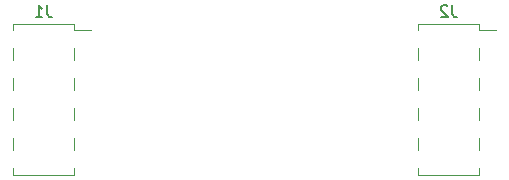
<source format=gbr>
%TF.GenerationSoftware,KiCad,Pcbnew,(5.1.10-1-10_14)*%
%TF.CreationDate,2021-10-31T04:10:36-04:00*%
%TF.ProjectId,Readout-DC-Board,52656164-6f75-4742-9d44-432d426f6172,rev?*%
%TF.SameCoordinates,Original*%
%TF.FileFunction,Legend,Bot*%
%TF.FilePolarity,Positive*%
%FSLAX46Y46*%
G04 Gerber Fmt 4.6, Leading zero omitted, Abs format (unit mm)*
G04 Created by KiCad (PCBNEW (5.1.10-1-10_14)) date 2021-10-31 04:10:36*
%MOMM*%
%LPD*%
G01*
G04 APERTURE LIST*
%ADD10C,0.120000*%
%ADD11C,0.150000*%
G04 APERTURE END LIST*
D10*
%TO.C,J1*%
X80585000Y-115060000D02*
X80585000Y-116080000D01*
X85785000Y-115060000D02*
X85785000Y-116080000D01*
X80585000Y-112520000D02*
X80585000Y-113540000D01*
X85785000Y-112520000D02*
X85785000Y-113540000D01*
X80585000Y-109980000D02*
X80585000Y-111000000D01*
X85785000Y-109980000D02*
X85785000Y-111000000D01*
X80585000Y-107440000D02*
X80585000Y-108460000D01*
X85785000Y-107440000D02*
X85785000Y-108460000D01*
X80585000Y-117600000D02*
X80585000Y-118170000D01*
X85785000Y-117600000D02*
X85785000Y-118170000D01*
X80585000Y-105350000D02*
X80585000Y-105920000D01*
X85785000Y-105350000D02*
X85785000Y-105920000D01*
X87225000Y-105920000D02*
X85785000Y-105920000D01*
X85785000Y-118170000D02*
X80585000Y-118170000D01*
X85785000Y-105350000D02*
X80585000Y-105350000D01*
%TO.C,J2*%
X114875000Y-115060000D02*
X114875000Y-116080000D01*
X120075000Y-115060000D02*
X120075000Y-116080000D01*
X114875000Y-112520000D02*
X114875000Y-113540000D01*
X120075000Y-112520000D02*
X120075000Y-113540000D01*
X114875000Y-109980000D02*
X114875000Y-111000000D01*
X120075000Y-109980000D02*
X120075000Y-111000000D01*
X114875000Y-107440000D02*
X114875000Y-108460000D01*
X120075000Y-107440000D02*
X120075000Y-108460000D01*
X114875000Y-117600000D02*
X114875000Y-118170000D01*
X120075000Y-117600000D02*
X120075000Y-118170000D01*
X114875000Y-105350000D02*
X114875000Y-105920000D01*
X120075000Y-105350000D02*
X120075000Y-105920000D01*
X121515000Y-105920000D02*
X120075000Y-105920000D01*
X120075000Y-118170000D02*
X114875000Y-118170000D01*
X120075000Y-105350000D02*
X114875000Y-105350000D01*
%TO.C,J1*%
D11*
X83518333Y-103802380D02*
X83518333Y-104516666D01*
X83565952Y-104659523D01*
X83661190Y-104754761D01*
X83804047Y-104802380D01*
X83899285Y-104802380D01*
X82518333Y-104802380D02*
X83089761Y-104802380D01*
X82804047Y-104802380D02*
X82804047Y-103802380D01*
X82899285Y-103945238D01*
X82994523Y-104040476D01*
X83089761Y-104088095D01*
%TO.C,J2*%
X117808333Y-103802380D02*
X117808333Y-104516666D01*
X117855952Y-104659523D01*
X117951190Y-104754761D01*
X118094047Y-104802380D01*
X118189285Y-104802380D01*
X117379761Y-103897619D02*
X117332142Y-103850000D01*
X117236904Y-103802380D01*
X116998809Y-103802380D01*
X116903571Y-103850000D01*
X116855952Y-103897619D01*
X116808333Y-103992857D01*
X116808333Y-104088095D01*
X116855952Y-104230952D01*
X117427380Y-104802380D01*
X116808333Y-104802380D01*
%TD*%
M02*

</source>
